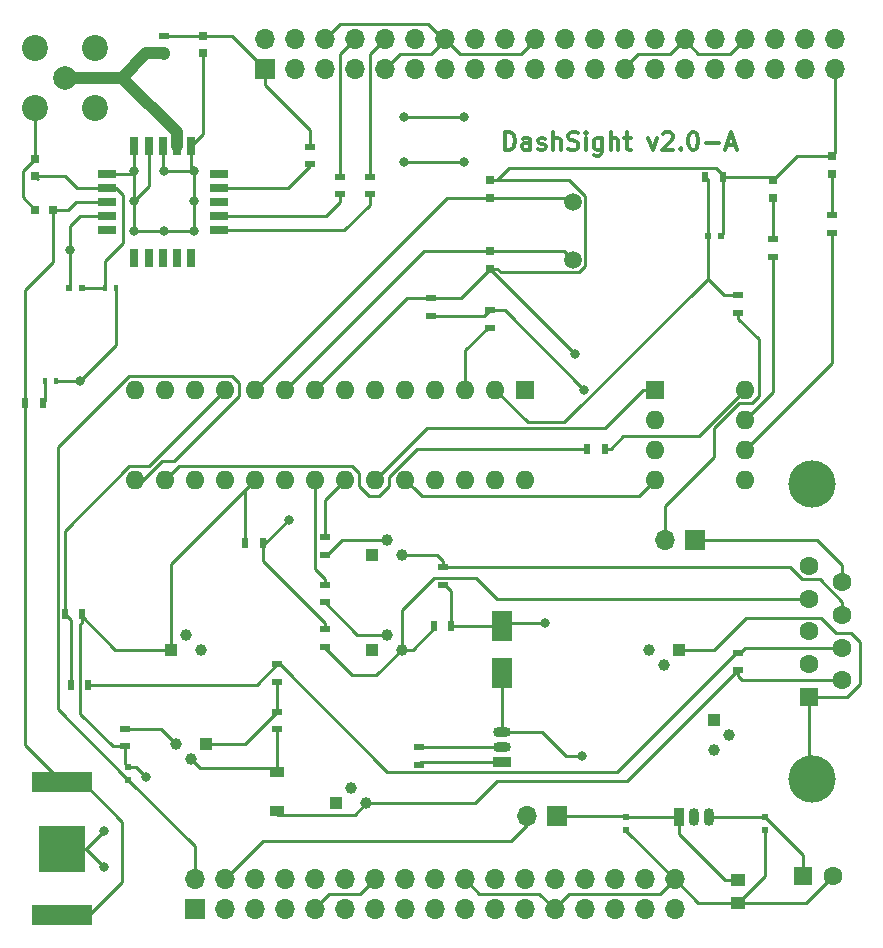
<source format=gtl>
G04 #@! TF.GenerationSoftware,KiCad,Pcbnew,(5.1.0)-1*
G04 #@! TF.CreationDate,2019-03-17T12:47:57-07:00*
G04 #@! TF.ProjectId,DashSight-Mezzanine-Card,44617368-5369-4676-9874-2d4d657a7a61,rev?*
G04 #@! TF.SameCoordinates,Original*
G04 #@! TF.FileFunction,Copper,L1,Top*
G04 #@! TF.FilePolarity,Positive*
%FSLAX46Y46*%
G04 Gerber Fmt 4.6, Leading zero omitted, Abs format (unit mm)*
G04 Created by KiCad (PCBNEW (5.1.0)-1) date 2019-03-17 12:47:57*
%MOMM*%
%LPD*%
G04 APERTURE LIST*
%ADD10C,0.300000*%
%ADD11R,0.900000X0.500000*%
%ADD12R,1.600000X0.700000*%
%ADD13R,0.700000X1.600000*%
%ADD14R,0.600000X0.500000*%
%ADD15R,0.500000X0.600000*%
%ADD16R,0.750000X0.800000*%
%ADD17R,0.800000X0.750000*%
%ADD18R,1.250000X1.000000*%
%ADD19R,1.600000X1.600000*%
%ADD20C,1.600000*%
%ADD21R,4.000000X4.000000*%
%ADD22R,5.100000X1.800000*%
%ADD23R,1.800000X2.500000*%
%ADD24R,0.400000X0.600000*%
%ADD25R,1.700000X1.700000*%
%ADD26O,1.700000X1.700000*%
%ADD27R,1.200000X0.900000*%
%ADD28O,0.900000X1.500000*%
%ADD29R,0.900000X1.500000*%
%ADD30C,4.000000*%
%ADD31O,1.600000X1.600000*%
%ADD32C,2.200000*%
%ADD33C,2.000000*%
%ADD34C,1.500000*%
%ADD35R,0.500000X0.900000*%
%ADD36O,1.500000X0.900000*%
%ADD37R,1.500000X0.900000*%
%ADD38C,1.000000*%
%ADD39R,1.000000X1.000000*%
%ADD40C,0.800000*%
%ADD41C,0.250000*%
%ADD42C,1.000000*%
G04 APERTURE END LIST*
D10*
X167285714Y-58678571D02*
X167285714Y-57178571D01*
X167642857Y-57178571D01*
X167857142Y-57250000D01*
X168000000Y-57392857D01*
X168071428Y-57535714D01*
X168142857Y-57821428D01*
X168142857Y-58035714D01*
X168071428Y-58321428D01*
X168000000Y-58464285D01*
X167857142Y-58607142D01*
X167642857Y-58678571D01*
X167285714Y-58678571D01*
X169428571Y-58678571D02*
X169428571Y-57892857D01*
X169357142Y-57750000D01*
X169214285Y-57678571D01*
X168928571Y-57678571D01*
X168785714Y-57750000D01*
X169428571Y-58607142D02*
X169285714Y-58678571D01*
X168928571Y-58678571D01*
X168785714Y-58607142D01*
X168714285Y-58464285D01*
X168714285Y-58321428D01*
X168785714Y-58178571D01*
X168928571Y-58107142D01*
X169285714Y-58107142D01*
X169428571Y-58035714D01*
X170071428Y-58607142D02*
X170214285Y-58678571D01*
X170500000Y-58678571D01*
X170642857Y-58607142D01*
X170714285Y-58464285D01*
X170714285Y-58392857D01*
X170642857Y-58250000D01*
X170500000Y-58178571D01*
X170285714Y-58178571D01*
X170142857Y-58107142D01*
X170071428Y-57964285D01*
X170071428Y-57892857D01*
X170142857Y-57750000D01*
X170285714Y-57678571D01*
X170500000Y-57678571D01*
X170642857Y-57750000D01*
X171357142Y-58678571D02*
X171357142Y-57178571D01*
X172000000Y-58678571D02*
X172000000Y-57892857D01*
X171928571Y-57750000D01*
X171785714Y-57678571D01*
X171571428Y-57678571D01*
X171428571Y-57750000D01*
X171357142Y-57821428D01*
X172642857Y-58607142D02*
X172857142Y-58678571D01*
X173214285Y-58678571D01*
X173357142Y-58607142D01*
X173428571Y-58535714D01*
X173500000Y-58392857D01*
X173500000Y-58250000D01*
X173428571Y-58107142D01*
X173357142Y-58035714D01*
X173214285Y-57964285D01*
X172928571Y-57892857D01*
X172785714Y-57821428D01*
X172714285Y-57750000D01*
X172642857Y-57607142D01*
X172642857Y-57464285D01*
X172714285Y-57321428D01*
X172785714Y-57250000D01*
X172928571Y-57178571D01*
X173285714Y-57178571D01*
X173500000Y-57250000D01*
X174142857Y-58678571D02*
X174142857Y-57678571D01*
X174142857Y-57178571D02*
X174071428Y-57250000D01*
X174142857Y-57321428D01*
X174214285Y-57250000D01*
X174142857Y-57178571D01*
X174142857Y-57321428D01*
X175500000Y-57678571D02*
X175500000Y-58892857D01*
X175428571Y-59035714D01*
X175357142Y-59107142D01*
X175214285Y-59178571D01*
X175000000Y-59178571D01*
X174857142Y-59107142D01*
X175500000Y-58607142D02*
X175357142Y-58678571D01*
X175071428Y-58678571D01*
X174928571Y-58607142D01*
X174857142Y-58535714D01*
X174785714Y-58392857D01*
X174785714Y-57964285D01*
X174857142Y-57821428D01*
X174928571Y-57750000D01*
X175071428Y-57678571D01*
X175357142Y-57678571D01*
X175500000Y-57750000D01*
X176214285Y-58678571D02*
X176214285Y-57178571D01*
X176857142Y-58678571D02*
X176857142Y-57892857D01*
X176785714Y-57750000D01*
X176642857Y-57678571D01*
X176428571Y-57678571D01*
X176285714Y-57750000D01*
X176214285Y-57821428D01*
X177357142Y-57678571D02*
X177928571Y-57678571D01*
X177571428Y-57178571D02*
X177571428Y-58464285D01*
X177642857Y-58607142D01*
X177785714Y-58678571D01*
X177928571Y-58678571D01*
X179428571Y-57678571D02*
X179785714Y-58678571D01*
X180142857Y-57678571D01*
X180642857Y-57321428D02*
X180714285Y-57250000D01*
X180857142Y-57178571D01*
X181214285Y-57178571D01*
X181357142Y-57250000D01*
X181428571Y-57321428D01*
X181500000Y-57464285D01*
X181500000Y-57607142D01*
X181428571Y-57821428D01*
X180571428Y-58678571D01*
X181500000Y-58678571D01*
X182142857Y-58535714D02*
X182214285Y-58607142D01*
X182142857Y-58678571D01*
X182071428Y-58607142D01*
X182142857Y-58535714D01*
X182142857Y-58678571D01*
X183142857Y-57178571D02*
X183285714Y-57178571D01*
X183428571Y-57250000D01*
X183500000Y-57321428D01*
X183571428Y-57464285D01*
X183642857Y-57750000D01*
X183642857Y-58107142D01*
X183571428Y-58392857D01*
X183500000Y-58535714D01*
X183428571Y-58607142D01*
X183285714Y-58678571D01*
X183142857Y-58678571D01*
X183000000Y-58607142D01*
X182928571Y-58535714D01*
X182857142Y-58392857D01*
X182785714Y-58107142D01*
X182785714Y-57750000D01*
X182857142Y-57464285D01*
X182928571Y-57321428D01*
X183000000Y-57250000D01*
X183142857Y-57178571D01*
X184285714Y-58107142D02*
X185428571Y-58107142D01*
X186071428Y-58250000D02*
X186785714Y-58250000D01*
X185928571Y-58678571D02*
X186428571Y-57178571D01*
X186928571Y-58678571D01*
D11*
X135128000Y-107708000D03*
X135128000Y-109208000D03*
D12*
X143053000Y-60719000D03*
X143053000Y-61919000D03*
X143053000Y-63119000D03*
X143053000Y-64319000D03*
X143053000Y-65519000D03*
X133553000Y-65519000D03*
X133553000Y-64319000D03*
X133553000Y-63119000D03*
X133553000Y-61919000D03*
X133553000Y-60719000D03*
D13*
X140703000Y-67869000D03*
X135903000Y-67869000D03*
X138303000Y-67869000D03*
X137103000Y-67869000D03*
X139503000Y-67869000D03*
X135903000Y-58369000D03*
X137103000Y-58369000D03*
X138303000Y-58369000D03*
X139503000Y-58369000D03*
X140703000Y-58369000D03*
D14*
X131487000Y-70421500D03*
X130387000Y-70421500D03*
D15*
X177546000Y-115210500D03*
X177546000Y-116310500D03*
X189293500Y-115147000D03*
X189293500Y-116247000D03*
D16*
X190000000Y-61250000D03*
X190000000Y-62750000D03*
X127508000Y-59448000D03*
X127508000Y-60948000D03*
D17*
X127520000Y-63754000D03*
X129020000Y-63754000D03*
D18*
X187007500Y-120475500D03*
X187007500Y-122475500D03*
D19*
X192532000Y-120205500D03*
D20*
X195032000Y-120205500D03*
D21*
X129794000Y-117856000D03*
D22*
X129794000Y-112256000D03*
X129794000Y-123456000D03*
D23*
X167000000Y-103000000D03*
X167000000Y-99000000D03*
D24*
X128328000Y-78232000D03*
X129228000Y-78232000D03*
D16*
X141732000Y-50534000D03*
X141732000Y-49034000D03*
D25*
X171640500Y-115125500D03*
D26*
X169100500Y-115125500D03*
X180848000Y-91694000D03*
D25*
X183388000Y-91694000D03*
D27*
X148000000Y-114650000D03*
X148000000Y-111350000D03*
D24*
X134308000Y-70358000D03*
X133408000Y-70358000D03*
D28*
X183261000Y-115189000D03*
X184531000Y-115189000D03*
D29*
X181991000Y-115189000D03*
D30*
X193300000Y-86960000D03*
X193300000Y-111960000D03*
D20*
X195840000Y-95305000D03*
X195840000Y-98075000D03*
X195840000Y-100845000D03*
X195840000Y-103615000D03*
X193000000Y-93920000D03*
X193000000Y-96690000D03*
X193000000Y-99460000D03*
X193000000Y-102230000D03*
D19*
X193000000Y-105000000D03*
X169000000Y-79000000D03*
D31*
X135980000Y-86620000D03*
X166460000Y-79000000D03*
X138520000Y-86620000D03*
X163920000Y-79000000D03*
X141060000Y-86620000D03*
X161380000Y-79000000D03*
X143600000Y-86620000D03*
X158840000Y-79000000D03*
X146140000Y-86620000D03*
X156300000Y-79000000D03*
X148680000Y-86620000D03*
X153760000Y-79000000D03*
X151220000Y-86620000D03*
X151220000Y-79000000D03*
X153760000Y-86620000D03*
X148680000Y-79000000D03*
X156300000Y-86620000D03*
X146140000Y-79000000D03*
X158840000Y-86620000D03*
X143600000Y-79000000D03*
X161380000Y-86620000D03*
X141060000Y-79000000D03*
X163920000Y-86620000D03*
X138520000Y-79000000D03*
X166460000Y-86620000D03*
X135980000Y-79000000D03*
X169000000Y-86620000D03*
D15*
X135382000Y-112014000D03*
X135382000Y-110914000D03*
D14*
X184450000Y-66000000D03*
X185550000Y-66000000D03*
D16*
X195000000Y-59250000D03*
X195000000Y-60750000D03*
X166000000Y-68750000D03*
X166000000Y-67250000D03*
X166000000Y-61250000D03*
X166000000Y-62750000D03*
D32*
X127508000Y-55118000D03*
X127508000Y-50038000D03*
X132588000Y-50038000D03*
X132588000Y-55118000D03*
D33*
X130048000Y-52578000D03*
D34*
X173000000Y-68000000D03*
X173000000Y-63120000D03*
D19*
X180000000Y-79000000D03*
D31*
X187620000Y-86620000D03*
X180000000Y-81540000D03*
X187620000Y-84080000D03*
X180000000Y-84080000D03*
X187620000Y-81540000D03*
X180000000Y-86620000D03*
X187620000Y-79000000D03*
D11*
X138430000Y-50534000D03*
X138430000Y-49034000D03*
D25*
X141000000Y-123000000D03*
D26*
X141000000Y-120460000D03*
X143540000Y-123000000D03*
X143540000Y-120460000D03*
X146080000Y-123000000D03*
X146080000Y-120460000D03*
X148620000Y-123000000D03*
X148620000Y-120460000D03*
X151160000Y-123000000D03*
X151160000Y-120460000D03*
X153700000Y-123000000D03*
X153700000Y-120460000D03*
X156240000Y-123000000D03*
X156240000Y-120460000D03*
X158780000Y-123000000D03*
X158780000Y-120460000D03*
X161320000Y-123000000D03*
X161320000Y-120460000D03*
X163860000Y-123000000D03*
X163860000Y-120460000D03*
X166400000Y-123000000D03*
X166400000Y-120460000D03*
X168940000Y-123000000D03*
X168940000Y-120460000D03*
X171480000Y-123000000D03*
X171480000Y-120460000D03*
X174020000Y-123000000D03*
X174020000Y-120460000D03*
X176560000Y-123000000D03*
X176560000Y-120460000D03*
X179100000Y-123000000D03*
X179100000Y-120460000D03*
X181640000Y-123000000D03*
X181640000Y-120460000D03*
D25*
X146939000Y-51816000D03*
D26*
X146939000Y-49276000D03*
X149479000Y-51816000D03*
X149479000Y-49276000D03*
X152019000Y-51816000D03*
X152019000Y-49276000D03*
X154559000Y-51816000D03*
X154559000Y-49276000D03*
X157099000Y-51816000D03*
X157099000Y-49276000D03*
X159639000Y-51816000D03*
X159639000Y-49276000D03*
X162179000Y-51816000D03*
X162179000Y-49276000D03*
X164719000Y-51816000D03*
X164719000Y-49276000D03*
X167259000Y-51816000D03*
X167259000Y-49276000D03*
X169799000Y-51816000D03*
X169799000Y-49276000D03*
X172339000Y-51816000D03*
X172339000Y-49276000D03*
X174879000Y-51816000D03*
X174879000Y-49276000D03*
X177419000Y-51816000D03*
X177419000Y-49276000D03*
X179959000Y-51816000D03*
X179959000Y-49276000D03*
X182499000Y-51816000D03*
X182499000Y-49276000D03*
X185039000Y-51816000D03*
X185039000Y-49276000D03*
X187579000Y-51816000D03*
X187579000Y-49276000D03*
X190119000Y-51816000D03*
X190119000Y-49276000D03*
X192659000Y-51816000D03*
X192659000Y-49276000D03*
X195199000Y-51816000D03*
X195199000Y-49276000D03*
D11*
X152000000Y-95500000D03*
X152000000Y-97000000D03*
X152000000Y-100750000D03*
X152000000Y-99250000D03*
D35*
X146750000Y-92000000D03*
X145250000Y-92000000D03*
X128131000Y-80137000D03*
X126631000Y-80137000D03*
D11*
X162000000Y-95500000D03*
X162000000Y-94000000D03*
D35*
X162750000Y-99000000D03*
X161250000Y-99000000D03*
D11*
X150731000Y-58409000D03*
X150731000Y-59909000D03*
D35*
X130000000Y-98000000D03*
X131500000Y-98000000D03*
X130500000Y-104000000D03*
X132000000Y-104000000D03*
D11*
X153289000Y-60972000D03*
X153289000Y-62472000D03*
X148000000Y-102250000D03*
X148000000Y-103750000D03*
X152000000Y-91500000D03*
X152000000Y-93000000D03*
X161000000Y-72750000D03*
X161000000Y-71250000D03*
X166000000Y-73750000D03*
X166000000Y-72250000D03*
D35*
X175750000Y-84000000D03*
X174250000Y-84000000D03*
X184250000Y-61000000D03*
X185750000Y-61000000D03*
D11*
X187000000Y-72500000D03*
X187000000Y-71000000D03*
X187000000Y-101250000D03*
X187000000Y-102750000D03*
X190000000Y-67750000D03*
X190000000Y-66250000D03*
X195000000Y-65750000D03*
X195000000Y-64250000D03*
X155829000Y-60972000D03*
X155829000Y-62472000D03*
X148000000Y-107750000D03*
X148000000Y-106250000D03*
X160000000Y-109250000D03*
X160000000Y-110750000D03*
D36*
X167000000Y-109270000D03*
X167000000Y-108000000D03*
D37*
X167000000Y-110540000D03*
D38*
X157270000Y-91730000D03*
X158540000Y-93000000D03*
D39*
X156000000Y-93000000D03*
D38*
X157270000Y-99730000D03*
X158540000Y-101000000D03*
D39*
X156000000Y-101000000D03*
D38*
X154270000Y-112730000D03*
X155540000Y-114000000D03*
D39*
X153000000Y-114000000D03*
D38*
X186270000Y-108270000D03*
X185000000Y-109540000D03*
D39*
X185000000Y-107000000D03*
D38*
X140730000Y-110270000D03*
X139460000Y-109000000D03*
D39*
X142000000Y-109000000D03*
D38*
X180730000Y-102270000D03*
X179460000Y-101000000D03*
D39*
X182000000Y-101000000D03*
D38*
X140270000Y-99730000D03*
X141540000Y-101000000D03*
D39*
X139000000Y-101000000D03*
D40*
X135890000Y-60452000D03*
X138430000Y-60452000D03*
X140970000Y-60452000D03*
X135890000Y-62992000D03*
X140970000Y-62992000D03*
X135890000Y-65532000D03*
X138430000Y-65532000D03*
X140970000Y-65532000D03*
X130429000Y-67183000D03*
X173228000Y-75946000D03*
X136906000Y-111760000D03*
X158750000Y-55880000D03*
X163830000Y-55880000D03*
X158750000Y-59690000D03*
X163830000Y-59690000D03*
X133350000Y-116332000D03*
X133350000Y-119380000D03*
X173799500Y-110045500D03*
X170688000Y-98742500D03*
X174000000Y-79000000D03*
X131254500Y-78232000D03*
X149000000Y-90000000D03*
D41*
X131500000Y-98700000D02*
X131424999Y-98775001D01*
X131500000Y-98000000D02*
X131500000Y-98700000D01*
X166000000Y-68775000D02*
X166000000Y-68750000D01*
X163525000Y-71250000D02*
X166000000Y-68775000D01*
X161000000Y-71250000D02*
X163525000Y-71250000D01*
X185750000Y-65800000D02*
X185550000Y-66000000D01*
X185750000Y-61000000D02*
X185750000Y-65800000D01*
X189750000Y-61000000D02*
X190000000Y-61250000D01*
X185750000Y-61000000D02*
X189750000Y-61000000D01*
X191975000Y-59250000D02*
X195000000Y-59250000D01*
X190000000Y-61225000D02*
X191975000Y-59250000D01*
X190000000Y-61250000D02*
X190000000Y-61225000D01*
X158970000Y-71250000D02*
X151220000Y-79000000D01*
X161000000Y-71250000D02*
X158970000Y-71250000D01*
X134300000Y-101000000D02*
X139000000Y-101000000D01*
X131500000Y-98200000D02*
X134300000Y-101000000D01*
X131500000Y-98000000D02*
X131500000Y-98200000D01*
X139000000Y-93760000D02*
X139000000Y-101000000D01*
X146140000Y-86620000D02*
X139000000Y-93760000D01*
X185750000Y-60800000D02*
X185750000Y-61000000D01*
X185174999Y-60224999D02*
X185750000Y-60800000D01*
X167650001Y-60224999D02*
X185174999Y-60224999D01*
X166625000Y-61250000D02*
X167650001Y-60224999D01*
X145250000Y-87510000D02*
X146140000Y-86620000D01*
X145250000Y-92000000D02*
X145250000Y-87510000D01*
X166625000Y-61250000D02*
X166000000Y-61250000D01*
X172721002Y-61250000D02*
X166625000Y-61250000D01*
X174075001Y-62603999D02*
X172721002Y-61250000D01*
X174075001Y-68516001D02*
X174075001Y-62603999D01*
X173516001Y-69075001D02*
X174075001Y-68516001D01*
X166950001Y-69075001D02*
X173516001Y-69075001D01*
X166625000Y-68750000D02*
X166950001Y-69075001D01*
X166000000Y-68750000D02*
X166625000Y-68750000D01*
X189293500Y-120189500D02*
X187007500Y-122475500D01*
X189293500Y-116247000D02*
X189293500Y-120189500D01*
X192762000Y-122475500D02*
X195032000Y-120205500D01*
X187007500Y-122475500D02*
X192762000Y-122475500D01*
X183655500Y-122475500D02*
X181640000Y-120460000D01*
X187007500Y-122475500D02*
X183655500Y-122475500D01*
X195260000Y-51877000D02*
X195199000Y-51816000D01*
X195000000Y-59250000D02*
X195260000Y-58990000D01*
X195260000Y-58990000D02*
X195260000Y-51877000D01*
X135623000Y-60719000D02*
X135890000Y-60452000D01*
X133553000Y-60719000D02*
X135623000Y-60719000D01*
X135903000Y-60439000D02*
X135890000Y-60452000D01*
X135903000Y-58369000D02*
X135903000Y-60439000D01*
X137103000Y-61779000D02*
X135890000Y-62992000D01*
X137103000Y-58369000D02*
X137103000Y-61779000D01*
X138303000Y-60325000D02*
X138430000Y-60452000D01*
X138303000Y-58369000D02*
X138303000Y-60325000D01*
X140703000Y-60185000D02*
X140970000Y-60452000D01*
X140703000Y-58369000D02*
X140703000Y-60185000D01*
X141732000Y-50534000D02*
X141732000Y-50546000D01*
X127508000Y-55118000D02*
X127508000Y-59448000D01*
X140970000Y-60452000D02*
X140970000Y-62992000D01*
X140970000Y-62992000D02*
X140970000Y-65532000D01*
X138430000Y-65532000D02*
X135890000Y-65532000D01*
X138430000Y-65532000D02*
X140970000Y-65532000D01*
X135890000Y-62992000D02*
X135890000Y-65532000D01*
X135890000Y-60452000D02*
X135890000Y-62992000D01*
X140970000Y-60452000D02*
X138430000Y-60452000D01*
X127508000Y-59448000D02*
X127496000Y-59448000D01*
X127496000Y-59448000D02*
X126428500Y-60515500D01*
X126428500Y-62662500D02*
X127520000Y-63754000D01*
X126428500Y-60515500D02*
X126428500Y-62662500D01*
X151160000Y-123000000D02*
X151320000Y-123000000D01*
X171480000Y-123000000D02*
X171480000Y-122966000D01*
X171480000Y-122966000D02*
X170180000Y-121666000D01*
X165066000Y-121666000D02*
X163860000Y-120460000D01*
X170180000Y-121666000D02*
X165066000Y-121666000D01*
X151160000Y-123000000D02*
X151160000Y-122906000D01*
X151160000Y-122906000D02*
X152400000Y-121666000D01*
X155034000Y-121666000D02*
X156240000Y-120460000D01*
X152400000Y-121666000D02*
X155034000Y-121666000D01*
X177546000Y-116366000D02*
X181640000Y-120460000D01*
X177546000Y-116310500D02*
X177546000Y-116366000D01*
X166032000Y-68750000D02*
X173228000Y-75946000D01*
X166000000Y-68750000D02*
X166032000Y-68750000D01*
X193000000Y-111660000D02*
X193300000Y-111960000D01*
X193000000Y-105000000D02*
X193000000Y-111660000D01*
X182000000Y-101000000D02*
X185004000Y-101000000D01*
X185004000Y-101000000D02*
X187706000Y-98298000D01*
X187706000Y-98298000D02*
X194056000Y-98298000D01*
X194056000Y-98298000D02*
X195326000Y-99568000D01*
X195326000Y-99568000D02*
X196596000Y-99568000D01*
X196596000Y-99568000D02*
X197358000Y-100330000D01*
X197358000Y-100330000D02*
X197358000Y-103886000D01*
X196244000Y-105000000D02*
X193000000Y-105000000D01*
X197358000Y-103886000D02*
X196244000Y-105000000D01*
X171480000Y-123000000D02*
X171480000Y-122906000D01*
X171480000Y-122906000D02*
X172720000Y-121666000D01*
X180434000Y-121666000D02*
X181640000Y-120460000D01*
X172720000Y-121666000D02*
X180434000Y-121666000D01*
X177419000Y-51816000D02*
X177419000Y-51689000D01*
X177419000Y-51689000D02*
X178562000Y-50546000D01*
X181229000Y-50546000D02*
X182499000Y-49276000D01*
X178562000Y-50546000D02*
X181229000Y-50546000D01*
X182499000Y-49276000D02*
X182499000Y-49403000D01*
X182499000Y-49403000D02*
X183642000Y-50546000D01*
X186309000Y-50546000D02*
X187579000Y-49276000D01*
X183642000Y-50546000D02*
X186309000Y-50546000D01*
X169799000Y-49276000D02*
X169799000Y-49403000D01*
X169799000Y-49403000D02*
X168656000Y-50546000D01*
X163449000Y-50546000D02*
X162179000Y-49276000D01*
X168656000Y-50546000D02*
X163449000Y-50546000D01*
X162179000Y-49276000D02*
X162179000Y-49403000D01*
X162179000Y-49403000D02*
X161036000Y-50546000D01*
X158369000Y-50546000D02*
X157099000Y-51816000D01*
X161036000Y-50546000D02*
X158369000Y-50546000D01*
X162179000Y-49276000D02*
X162052000Y-49276000D01*
X162052000Y-49276000D02*
X160782000Y-48006000D01*
X153289000Y-48006000D02*
X152019000Y-49276000D01*
X160782000Y-48006000D02*
X153289000Y-48006000D01*
X130429000Y-70379500D02*
X130387000Y-70421500D01*
X130429000Y-67183000D02*
X130429000Y-70379500D01*
X158750000Y-55880000D02*
X163830000Y-55880000D01*
X158750000Y-59690000D02*
X163830000Y-59690000D01*
X136060000Y-110914000D02*
X136906000Y-111760000D01*
X135382000Y-110914000D02*
X136060000Y-110914000D01*
X135128000Y-109208000D02*
X134100000Y-109208000D01*
X134100000Y-109208000D02*
X131318000Y-106426000D01*
X131318000Y-106426000D02*
X131318000Y-98806000D01*
X135128000Y-110660000D02*
X135382000Y-110914000D01*
X135128000Y-109208000D02*
X135128000Y-110660000D01*
X131826000Y-117856000D02*
X133350000Y-116332000D01*
X131826000Y-117856000D02*
X133350000Y-119380000D01*
X129794000Y-117856000D02*
X131826000Y-117856000D01*
X141732000Y-57340000D02*
X140703000Y-58369000D01*
X141732000Y-50534000D02*
X141732000Y-57340000D01*
X130429000Y-67183000D02*
X130429000Y-65151000D01*
X131261000Y-64319000D02*
X133553000Y-64319000D01*
X130429000Y-65151000D02*
X131261000Y-64319000D01*
X138168000Y-107708000D02*
X139460000Y-109000000D01*
X135128000Y-107708000D02*
X138168000Y-107708000D01*
X148000000Y-106250000D02*
X148000000Y-103750000D01*
X145250000Y-109000000D02*
X148000000Y-106250000D01*
X142000000Y-109000000D02*
X145250000Y-109000000D01*
X148000000Y-111000000D02*
X148000000Y-107750000D01*
X141460000Y-111000000D02*
X140730000Y-110270000D01*
X148000000Y-111000000D02*
X141460000Y-111000000D01*
X160020000Y-109270000D02*
X160000000Y-109250000D01*
X167000000Y-109270000D02*
X160020000Y-109270000D01*
X154540000Y-115000000D02*
X155540000Y-114000000D01*
X148000000Y-115000000D02*
X154540000Y-115000000D01*
X187000000Y-103250000D02*
X187000000Y-102750000D01*
X187365000Y-103615000D02*
X187000000Y-103250000D01*
X195840000Y-103615000D02*
X187365000Y-103615000D01*
X156247106Y-114000000D02*
X155540000Y-114000000D01*
X187000000Y-102750000D02*
X186800000Y-102750000D01*
X155540000Y-114000000D02*
X164765000Y-114000000D01*
X164765000Y-114000000D02*
X166624000Y-112141000D01*
X177609000Y-112141000D02*
X187000000Y-102750000D01*
X166624000Y-112141000D02*
X177609000Y-112141000D01*
X154730000Y-99730000D02*
X152000000Y-97000000D01*
X157270000Y-99730000D02*
X154730000Y-99730000D01*
X161250000Y-99200000D02*
X161250000Y-99000000D01*
X159450000Y-101000000D02*
X161250000Y-99200000D01*
X158540000Y-101000000D02*
X159450000Y-101000000D01*
X158540000Y-97674998D02*
X158540000Y-101000000D01*
X161289999Y-94924999D02*
X158540000Y-97674998D01*
X164809997Y-94924999D02*
X161289999Y-94924999D01*
X166574998Y-96690000D02*
X164809997Y-94924999D01*
X193000000Y-96690000D02*
X166574998Y-96690000D01*
X152000000Y-100750000D02*
X152000000Y-100882500D01*
X152000000Y-100882500D02*
X154305000Y-103187500D01*
X156352500Y-103187500D02*
X158540000Y-101000000D01*
X154305000Y-103187500D02*
X156352500Y-103187500D01*
X162000000Y-93500000D02*
X162000000Y-94000000D01*
X161500000Y-93000000D02*
X162000000Y-93500000D01*
X158540000Y-93000000D02*
X161500000Y-93000000D01*
X195840000Y-96943630D02*
X195840000Y-98075000D01*
X193941371Y-95045001D02*
X195840000Y-96943630D01*
X192459999Y-95045001D02*
X193941371Y-95045001D01*
X191414998Y-94000000D02*
X192459999Y-95045001D01*
X162000000Y-94000000D02*
X191414998Y-94000000D01*
X153470000Y-91730000D02*
X157270000Y-91730000D01*
X152200000Y-93000000D02*
X153470000Y-91730000D01*
X152000000Y-93000000D02*
X152200000Y-93000000D01*
X160210000Y-110540000D02*
X160000000Y-110750000D01*
X167000000Y-110540000D02*
X160210000Y-110540000D01*
X167000000Y-103000000D02*
X167000000Y-108000000D01*
X189251500Y-115189000D02*
X189293500Y-115147000D01*
X184531000Y-115189000D02*
X189251500Y-115189000D01*
X192532000Y-118385500D02*
X189293500Y-115147000D01*
X192532000Y-120205500D02*
X192532000Y-118385500D01*
X173799500Y-110045500D02*
X172466000Y-110045500D01*
X170420500Y-108000000D02*
X167000000Y-108000000D01*
X172466000Y-110045500D02*
X170420500Y-108000000D01*
X155829000Y-50546000D02*
X155829000Y-60972000D01*
X157099000Y-49276000D02*
X155829000Y-50546000D01*
X195000000Y-76700000D02*
X187620000Y-84080000D01*
X195000000Y-65750000D02*
X195000000Y-76700000D01*
X195000000Y-60750000D02*
X195000000Y-64250000D01*
X190000000Y-62750000D02*
X190000000Y-66250000D01*
X190000000Y-79160000D02*
X187620000Y-81540000D01*
X190000000Y-67750000D02*
X190000000Y-79160000D01*
X146250000Y-104000000D02*
X148000000Y-102250000D01*
X132000000Y-104000000D02*
X146250000Y-104000000D01*
X187605000Y-100845000D02*
X195840000Y-100845000D01*
X187200000Y-101250000D02*
X187605000Y-100845000D01*
X187000000Y-101250000D02*
X187200000Y-101250000D01*
X186800000Y-101250000D02*
X187000000Y-101250000D01*
X176724999Y-111325001D02*
X186800000Y-101250000D01*
X157275001Y-111325001D02*
X176724999Y-111325001D01*
X148200000Y-102250000D02*
X157275001Y-111325001D01*
X148000000Y-102250000D02*
X148200000Y-102250000D01*
X162750000Y-96050000D02*
X162750000Y-99000000D01*
X162200000Y-95500000D02*
X162750000Y-96050000D01*
X162000000Y-95500000D02*
X162200000Y-95500000D01*
X162750000Y-99000000D02*
X167000000Y-99000000D01*
X187000000Y-73000000D02*
X187000000Y-72500000D01*
X188745001Y-79540001D02*
X188745001Y-74745001D01*
X187131409Y-80125001D02*
X188160001Y-80125001D01*
X188160001Y-80125001D02*
X188745001Y-79540001D01*
X188745001Y-74745001D02*
X187000000Y-73000000D01*
X185000000Y-82256410D02*
X187131409Y-80125001D01*
X185000000Y-82256410D02*
X185000000Y-84684500D01*
X180848000Y-88836500D02*
X180848000Y-91694000D01*
X185000000Y-84684500D02*
X180848000Y-88836500D01*
X167257500Y-98742500D02*
X167000000Y-99000000D01*
X170688000Y-98742500D02*
X167257500Y-98742500D01*
X184450000Y-69623002D02*
X184450000Y-66000000D01*
X172298013Y-81774989D02*
X184450000Y-69623002D01*
X169234989Y-81774989D02*
X172298013Y-81774989D01*
X166460000Y-79000000D02*
X169234989Y-81774989D01*
X184450000Y-61200000D02*
X184250000Y-61000000D01*
X184450000Y-66000000D02*
X184450000Y-61200000D01*
X185826998Y-71000000D02*
X184450000Y-69623002D01*
X187000000Y-71000000D02*
X185826998Y-71000000D01*
X165500000Y-72750000D02*
X166000000Y-72250000D01*
X161000000Y-72750000D02*
X165500000Y-72750000D01*
X167250000Y-72250000D02*
X174000000Y-79000000D01*
X166000000Y-72250000D02*
X167250000Y-72250000D01*
X139319999Y-85820001D02*
X138520000Y-86620000D01*
X139645001Y-85494999D02*
X139319999Y-85820001D01*
X154300001Y-85494999D02*
X139645001Y-85494999D01*
X154885001Y-86079999D02*
X154300001Y-85494999D01*
X154885001Y-87160001D02*
X154885001Y-86079999D01*
X156585002Y-88000000D02*
X155725000Y-88000000D01*
X157425001Y-87160001D02*
X156585002Y-88000000D01*
X157425001Y-86369997D02*
X157425001Y-87160001D01*
X159794998Y-84000000D02*
X157425001Y-86369997D01*
X155725000Y-88000000D02*
X154885001Y-87160001D01*
X174250000Y-84000000D02*
X159794998Y-84000000D01*
X176250000Y-84000000D02*
X175750000Y-84000000D01*
X177295001Y-82954999D02*
X176250000Y-84000000D01*
X183665001Y-82954999D02*
X177295001Y-82954999D01*
X187620000Y-79000000D02*
X183665001Y-82954999D01*
X163920000Y-75630000D02*
X163920000Y-79000000D01*
X165800000Y-73750000D02*
X163920000Y-75630000D01*
X166000000Y-73750000D02*
X165800000Y-73750000D01*
X136070000Y-86620000D02*
X135980000Y-86620000D01*
X136616410Y-86620000D02*
X135980000Y-86620000D01*
X138236410Y-85000000D02*
X136616410Y-86620000D01*
X139265002Y-85000000D02*
X138236410Y-85000000D01*
X144725001Y-79540001D02*
X139265002Y-85000000D01*
X144725001Y-78459999D02*
X144725001Y-79540001D01*
X144140001Y-77874999D02*
X144725001Y-78459999D01*
X135439999Y-77874999D02*
X144140001Y-77874999D01*
X129424999Y-83889999D02*
X135439999Y-77874999D01*
X169100500Y-115125500D02*
X169100500Y-115887500D01*
X169100500Y-115887500D02*
X167767000Y-117221000D01*
X146779000Y-117221000D02*
X143540000Y-120460000D01*
X167767000Y-117221000D02*
X146779000Y-117221000D01*
X141000000Y-117632000D02*
X135382000Y-112014000D01*
X141000000Y-120460000D02*
X141000000Y-117632000D01*
X129424999Y-106056999D02*
X135382000Y-112014000D01*
X129424999Y-83889999D02*
X129424999Y-106056999D01*
X152000000Y-88380000D02*
X153760000Y-86620000D01*
X152000000Y-91500000D02*
X152000000Y-88380000D01*
X130500000Y-98500000D02*
X130000000Y-98000000D01*
X130500000Y-104000000D02*
X130500000Y-98500000D01*
X142800001Y-79799999D02*
X143600000Y-79000000D01*
X137105001Y-85494999D02*
X142800001Y-79799999D01*
X135439999Y-85494999D02*
X137105001Y-85494999D01*
X130000000Y-90934998D02*
X135439999Y-85494999D01*
X130000000Y-98000000D02*
X130000000Y-90934998D01*
X138430000Y-49034000D02*
X141732000Y-49034000D01*
X144157000Y-49034000D02*
X146939000Y-51816000D01*
X141732000Y-49034000D02*
X144157000Y-49034000D01*
X146939000Y-51816000D02*
X146939000Y-53213000D01*
X150731000Y-57005000D02*
X150731000Y-58409000D01*
X146939000Y-53213000D02*
X150731000Y-57005000D01*
X131254500Y-78232000D02*
X129228000Y-78232000D01*
X134308000Y-75178500D02*
X131254500Y-78232000D01*
X134308000Y-70358000D02*
X134308000Y-75178500D01*
X147000000Y-92000000D02*
X146750000Y-92000000D01*
X149000000Y-90000000D02*
X147000000Y-92000000D01*
X152000000Y-99250000D02*
X152000000Y-98787000D01*
X146750000Y-93537000D02*
X146750000Y-92000000D01*
X152000000Y-98787000D02*
X146750000Y-93537000D01*
X151220000Y-94220000D02*
X151220000Y-86620000D01*
X152000000Y-95000000D02*
X151220000Y-94220000D01*
X152000000Y-95500000D02*
X152000000Y-95000000D01*
X154559000Y-49276000D02*
X154432000Y-49276000D01*
X154559000Y-49276000D02*
X154305000Y-49276000D01*
X153289000Y-50546000D02*
X154559000Y-49276000D01*
X153289000Y-60972000D02*
X153289000Y-50546000D01*
X159639999Y-87419999D02*
X158840000Y-86620000D01*
X160220000Y-88000000D02*
X159639999Y-87419999D01*
X178620000Y-88000000D02*
X160220000Y-88000000D01*
X180000000Y-86620000D02*
X178620000Y-88000000D01*
X157099999Y-85820001D02*
X156300000Y-86620000D01*
X160695001Y-82224999D02*
X157099999Y-85820001D01*
X175725001Y-82224999D02*
X160695001Y-82224999D01*
X178950000Y-79000000D02*
X175725001Y-82224999D01*
X180000000Y-79000000D02*
X178950000Y-79000000D01*
X162390000Y-62750000D02*
X146140000Y-79000000D01*
X166000000Y-62750000D02*
X162390000Y-62750000D01*
X172630000Y-62750000D02*
X173000000Y-63120000D01*
X166000000Y-62750000D02*
X172630000Y-62750000D01*
X160430000Y-67250000D02*
X148680000Y-79000000D01*
X166000000Y-67250000D02*
X160430000Y-67250000D01*
X172250001Y-67250001D02*
X173000000Y-68000000D01*
X166000000Y-67250000D02*
X172250001Y-67250001D01*
X155829000Y-62472000D02*
X155829000Y-62484000D01*
X155829000Y-62472000D02*
X155829000Y-63373000D01*
X153683000Y-65519000D02*
X143053000Y-65519000D01*
X155829000Y-63373000D02*
X153683000Y-65519000D01*
X153289000Y-62472000D02*
X153289000Y-63119000D01*
X152089000Y-64319000D02*
X143053000Y-64319000D01*
X153289000Y-63119000D02*
X152089000Y-64319000D01*
X150731000Y-59909000D02*
X150731000Y-60089000D01*
X148901000Y-61919000D02*
X143053000Y-61919000D01*
X150731000Y-60089000D02*
X148901000Y-61919000D01*
X129020000Y-63754000D02*
X129020000Y-68211000D01*
X126631000Y-70600000D02*
X126631000Y-80137000D01*
X129020000Y-68211000D02*
X126631000Y-70600000D01*
X129794000Y-112256000D02*
X129782000Y-112256000D01*
X126631000Y-109105000D02*
X126631000Y-80137000D01*
X129782000Y-112256000D02*
X126631000Y-109105000D01*
X132068000Y-123456000D02*
X129794000Y-123456000D01*
X134874000Y-120650000D02*
X132068000Y-123456000D01*
X134874000Y-115570000D02*
X134874000Y-120650000D01*
X129794000Y-112256000D02*
X131560000Y-112256000D01*
X131560000Y-112256000D02*
X134874000Y-115570000D01*
X129020000Y-63754000D02*
X130302000Y-63754000D01*
X130937000Y-63119000D02*
X133553000Y-63119000D01*
X130302000Y-63754000D02*
X130937000Y-63119000D01*
X133344000Y-61710000D02*
X133553000Y-61919000D01*
X127508000Y-60948000D02*
X127508000Y-60960000D01*
X127717000Y-61157000D02*
X127508000Y-60948000D01*
X133553000Y-61919000D02*
X134245500Y-61919000D01*
X133344500Y-70421500D02*
X133408000Y-70358000D01*
X131487000Y-70421500D02*
X133344500Y-70421500D01*
X134372500Y-61919000D02*
X133553000Y-61919000D01*
X134937500Y-62484000D02*
X134372500Y-61919000D01*
X134937500Y-66611500D02*
X134937500Y-62484000D01*
X133408000Y-68141000D02*
X134937500Y-66611500D01*
X127508000Y-60948000D02*
X130036000Y-60948000D01*
X131007000Y-61919000D02*
X133553000Y-61919000D01*
X130036000Y-60948000D02*
X131007000Y-61919000D01*
X133408000Y-68141000D02*
X133408000Y-70358000D01*
X195840000Y-95305000D02*
X195840000Y-93859000D01*
X193675000Y-91694000D02*
X183388000Y-91694000D01*
X195840000Y-93859000D02*
X193675000Y-91694000D01*
D42*
X138430000Y-50534000D02*
X138430000Y-50546000D01*
X130048000Y-52578000D02*
X134874000Y-52578000D01*
X139503000Y-57207000D02*
X139503000Y-58369000D01*
X134874000Y-52578000D02*
X139503000Y-57207000D01*
X136918000Y-50534000D02*
X134874000Y-52578000D01*
X138430000Y-50534000D02*
X136918000Y-50534000D01*
D41*
X177461000Y-115125500D02*
X177546000Y-115210500D01*
X171640500Y-115125500D02*
X177461000Y-115125500D01*
X181969500Y-115210500D02*
X181991000Y-115189000D01*
X177546000Y-115210500D02*
X181969500Y-115210500D01*
X187007500Y-120475500D02*
X185880500Y-120475500D01*
X181991000Y-116586000D02*
X181991000Y-115189000D01*
X185880500Y-120475500D02*
X181991000Y-116586000D01*
X128328000Y-79940000D02*
X128131000Y-80137000D01*
X128328000Y-78232000D02*
X128328000Y-79940000D01*
M02*

</source>
